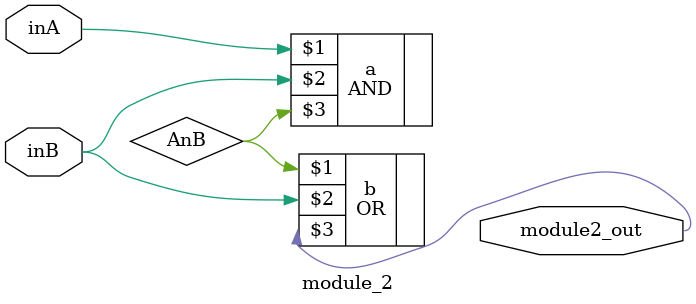
<source format=v>
module module_2(inA, inB, module2_out);
    input inA,inB;
    output module2_out;  
    wire inA,inB,AnB,module2_out;

    AND a(inA, inB, AnB);
    OR b(AnB, inB, module2_out);
endmodule
</source>
